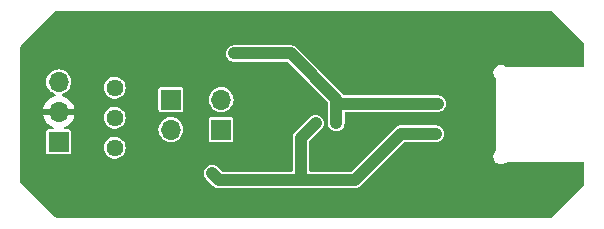
<source format=gbr>
%TF.GenerationSoftware,KiCad,Pcbnew,8.0.1*%
%TF.CreationDate,2024-10-18T10:30:41+02:00*%
%TF.ProjectId,Curmea,4375726d-6561-42e6-9b69-6361645f7063,rev?*%
%TF.SameCoordinates,Original*%
%TF.FileFunction,Copper,L2,Bot*%
%TF.FilePolarity,Positive*%
%FSLAX46Y46*%
G04 Gerber Fmt 4.6, Leading zero omitted, Abs format (unit mm)*
G04 Created by KiCad (PCBNEW 8.0.1) date 2024-10-18 10:30:41*
%MOMM*%
%LPD*%
G01*
G04 APERTURE LIST*
%TA.AperFunction,ComponentPad*%
%ADD10R,1.700000X1.700000*%
%TD*%
%TA.AperFunction,ComponentPad*%
%ADD11O,1.700000X1.700000*%
%TD*%
%TA.AperFunction,ComponentPad*%
%ADD12C,1.440000*%
%TD*%
%TA.AperFunction,ViaPad*%
%ADD13C,0.600000*%
%TD*%
%TA.AperFunction,Conductor*%
%ADD14C,1.000000*%
%TD*%
G04 APERTURE END LIST*
D10*
%TO.P,J3,1,Pin_1*%
%TO.N,/IN+*%
X131000000Y-80040000D03*
D11*
%TO.P,J3,2,Pin_2*%
%TO.N,/IN-*%
X131000000Y-77500000D03*
%TD*%
D12*
%TO.P,RV1,1,1*%
%TO.N,/IN-*%
X122000000Y-76500000D03*
%TO.P,RV1,2,2*%
%TO.N,/IN+*%
X122000000Y-79040000D03*
%TO.P,RV1,3,3*%
%TO.N,unconnected-(RV1-Pad3)*%
X122000000Y-81580000D03*
%TD*%
D10*
%TO.P,JP1,1,A*%
%TO.N,/IN-*%
X126750000Y-77500000D03*
D11*
%TO.P,JP1,2,B*%
%TO.N,/IN+*%
X126750000Y-80040000D03*
%TD*%
D10*
%TO.P,J5,1,Pin_1*%
%TO.N,Net-(D1-K)*%
X117250000Y-81080000D03*
D11*
%TO.P,J5,2,Pin_2*%
%TO.N,GND*%
X117250000Y-78540000D03*
%TO.P,J5,3,Pin_3*%
%TO.N,Net-(D2-A)*%
X117250000Y-76000000D03*
%TD*%
D13*
%TO.N,GND*%
X149500000Y-83000000D03*
X123000000Y-71500000D03*
X120500000Y-81500000D03*
X135500000Y-70500000D03*
X136750080Y-80737321D03*
X129500000Y-70500000D03*
X127500000Y-87000000D03*
X133309020Y-79758839D03*
X153500000Y-81000000D03*
X158000000Y-72500000D03*
X143550000Y-81500000D03*
X156500000Y-85000000D03*
X143500763Y-86079765D03*
X119000000Y-77000000D03*
X143530000Y-85000000D03*
X123000000Y-72500000D03*
X120500000Y-79000000D03*
X152000000Y-73500000D03*
X119000000Y-80000000D03*
X132000000Y-86750000D03*
X143000000Y-80000000D03*
X128000000Y-86500000D03*
X124000000Y-71000000D03*
X143561323Y-76400000D03*
X136763746Y-76054803D03*
X124500000Y-86500000D03*
X153250000Y-73750000D03*
X156500000Y-72500000D03*
X125000000Y-87000000D03*
X152500000Y-80500000D03*
X151500000Y-75000000D03*
X158000000Y-85000000D03*
X159500000Y-85000000D03*
X133000000Y-71000000D03*
X140300083Y-86158004D03*
X123500000Y-76000000D03*
X159500000Y-72500000D03*
X123500000Y-73500000D03*
X133273404Y-77230122D03*
X153250000Y-82750000D03*
X120500000Y-76500000D03*
X123500000Y-83000000D03*
X143520000Y-73000000D03*
%TO.N,+2V5*%
X149340000Y-77840000D03*
X136900000Y-73600000D03*
X140750000Y-79500000D03*
X132100000Y-73600000D03*
%TO.N,-2V5*%
X149200000Y-80400000D03*
X137750000Y-84300000D03*
X139000000Y-79500000D03*
X130250000Y-83750000D03*
%TD*%
D14*
%TO.N,+2V5*%
X140750000Y-79500000D02*
X140750000Y-77552944D01*
X140750000Y-77552944D02*
X140750000Y-77450000D01*
X149340000Y-77840000D02*
X141037056Y-77840000D01*
X141037056Y-77840000D02*
X140750000Y-77552944D01*
X140750000Y-77450000D02*
X136900000Y-73600000D01*
X136900000Y-73600000D02*
X132100000Y-73600000D01*
%TO.N,-2V5*%
X137750000Y-80750000D02*
X137750000Y-84300000D01*
X137750000Y-84300000D02*
X142315786Y-84300000D01*
X130800000Y-84300000D02*
X130250000Y-83750000D01*
X142315786Y-84300000D02*
X146215786Y-80400000D01*
X146215786Y-80400000D02*
X149200000Y-80400000D01*
X137750000Y-84300000D02*
X130800000Y-84300000D01*
X139000000Y-79500000D02*
X137750000Y-80750000D01*
%TD*%
%TA.AperFunction,Conductor*%
%TO.N,GND*%
G36*
X159016177Y-70020185D02*
G01*
X159036819Y-70036819D01*
X161713181Y-72713181D01*
X161746666Y-72774504D01*
X161749500Y-72800862D01*
X161749500Y-74625500D01*
X161729815Y-74692539D01*
X161677011Y-74738294D01*
X161625500Y-74749500D01*
X155200808Y-74749500D01*
X155133769Y-74729815D01*
X155119561Y-74718366D01*
X155119379Y-74718589D01*
X155114668Y-74714723D01*
X155008133Y-74643538D01*
X155008124Y-74643533D01*
X154889744Y-74594499D01*
X154889738Y-74594497D01*
X154764071Y-74569500D01*
X154764069Y-74569500D01*
X154635931Y-74569500D01*
X154635929Y-74569500D01*
X154510261Y-74594497D01*
X154510255Y-74594499D01*
X154391875Y-74643533D01*
X154391866Y-74643538D01*
X154285331Y-74714723D01*
X154285327Y-74714726D01*
X154194726Y-74805327D01*
X154194723Y-74805331D01*
X154123538Y-74911866D01*
X154123533Y-74911875D01*
X154074499Y-75030255D01*
X154074497Y-75030261D01*
X154049500Y-75155928D01*
X154049500Y-75155931D01*
X154049500Y-75284069D01*
X154049500Y-75284071D01*
X154049499Y-75284071D01*
X154074497Y-75409738D01*
X154074499Y-75409744D01*
X154123533Y-75528124D01*
X154123538Y-75528133D01*
X154194723Y-75634668D01*
X154194725Y-75634671D01*
X154213179Y-75653124D01*
X154246666Y-75714446D01*
X154249500Y-75740807D01*
X154249500Y-81819192D01*
X154229815Y-81886231D01*
X154213181Y-81906873D01*
X154194726Y-81925327D01*
X154194723Y-81925331D01*
X154123538Y-82031866D01*
X154123533Y-82031875D01*
X154074499Y-82150255D01*
X154074497Y-82150261D01*
X154049500Y-82275928D01*
X154049500Y-82275931D01*
X154049500Y-82404069D01*
X154049500Y-82404071D01*
X154049499Y-82404071D01*
X154074497Y-82529738D01*
X154074499Y-82529744D01*
X154123533Y-82648124D01*
X154123538Y-82648133D01*
X154194723Y-82754668D01*
X154194726Y-82754672D01*
X154285327Y-82845273D01*
X154285331Y-82845276D01*
X154391866Y-82916461D01*
X154391872Y-82916464D01*
X154391873Y-82916465D01*
X154510256Y-82965501D01*
X154510260Y-82965501D01*
X154510261Y-82965502D01*
X154635928Y-82990500D01*
X154635931Y-82990500D01*
X154764071Y-82990500D01*
X154848615Y-82973682D01*
X154889744Y-82965501D01*
X155008127Y-82916465D01*
X155114669Y-82845276D01*
X155173127Y-82786817D01*
X155234448Y-82753334D01*
X155260807Y-82750500D01*
X161625500Y-82750500D01*
X161692539Y-82770185D01*
X161738294Y-82822989D01*
X161749500Y-82874500D01*
X161749500Y-84699138D01*
X161729815Y-84766177D01*
X161713181Y-84786819D01*
X159036819Y-87463181D01*
X158975496Y-87496666D01*
X158949138Y-87499500D01*
X117050862Y-87499500D01*
X116983823Y-87479815D01*
X116963181Y-87463181D01*
X114036819Y-84536819D01*
X114003334Y-84475496D01*
X114000500Y-84449138D01*
X114000500Y-83818996D01*
X129549499Y-83818996D01*
X129576418Y-83954322D01*
X129576421Y-83954332D01*
X129629222Y-84081807D01*
X129705887Y-84196545D01*
X129705888Y-84196546D01*
X130255886Y-84746542D01*
X130353456Y-84844112D01*
X130353459Y-84844115D01*
X130468182Y-84920771D01*
X130468186Y-84920773D01*
X130468189Y-84920775D01*
X130542866Y-84951707D01*
X130542867Y-84951707D01*
X130542869Y-84951709D01*
X130595666Y-84973578D01*
X130595671Y-84973580D01*
X130595680Y-84973581D01*
X130595681Y-84973582D01*
X130622545Y-84978925D01*
X130622551Y-84978926D01*
X130622591Y-84978934D01*
X130712937Y-84996905D01*
X130731006Y-85000500D01*
X130731007Y-85000500D01*
X142384782Y-85000500D01*
X142493243Y-84978925D01*
X142520114Y-84973580D01*
X142583855Y-84947177D01*
X142647593Y-84920777D01*
X142647594Y-84920776D01*
X142647597Y-84920775D01*
X142762329Y-84844114D01*
X146469624Y-81136819D01*
X146530947Y-81103334D01*
X146557305Y-81100500D01*
X149268995Y-81100500D01*
X149360041Y-81082389D01*
X149404328Y-81073580D01*
X149531811Y-81020775D01*
X149646542Y-80944114D01*
X149744114Y-80846542D01*
X149820775Y-80731811D01*
X149873580Y-80604328D01*
X149885246Y-80545679D01*
X149900500Y-80468995D01*
X149900500Y-80331004D01*
X149873581Y-80195677D01*
X149873580Y-80195676D01*
X149873580Y-80195672D01*
X149864429Y-80173580D01*
X149820778Y-80068195D01*
X149820771Y-80068182D01*
X149744114Y-79953458D01*
X149744111Y-79953454D01*
X149646545Y-79855888D01*
X149646541Y-79855885D01*
X149531817Y-79779228D01*
X149531804Y-79779221D01*
X149404332Y-79726421D01*
X149404322Y-79726418D01*
X149268995Y-79699500D01*
X149268993Y-79699500D01*
X146284780Y-79699500D01*
X146146792Y-79699500D01*
X146146790Y-79699500D01*
X146011463Y-79726418D01*
X146011453Y-79726421D01*
X145883978Y-79779222D01*
X145769240Y-79855887D01*
X145769239Y-79855888D01*
X142061948Y-83563181D01*
X142000625Y-83596666D01*
X141974267Y-83599500D01*
X138574500Y-83599500D01*
X138507461Y-83579815D01*
X138461706Y-83527011D01*
X138450500Y-83475500D01*
X138450500Y-81091519D01*
X138470185Y-81024480D01*
X138486819Y-81003838D01*
X139544112Y-79946545D01*
X139544114Y-79946543D01*
X139620775Y-79831811D01*
X139623888Y-79824297D01*
X139647177Y-79768069D01*
X139673580Y-79704328D01*
X139700500Y-79568994D01*
X139700500Y-79431006D01*
X139700500Y-79431003D01*
X139673581Y-79295677D01*
X139673580Y-79295676D01*
X139673580Y-79295672D01*
X139647389Y-79232441D01*
X139620777Y-79168192D01*
X139544112Y-79053454D01*
X139446545Y-78955887D01*
X139331807Y-78879222D01*
X139204332Y-78826421D01*
X139204322Y-78826418D01*
X139068996Y-78799500D01*
X139068994Y-78799500D01*
X138931006Y-78799500D01*
X138931004Y-78799500D01*
X138795677Y-78826418D01*
X138795667Y-78826421D01*
X138668192Y-78879222D01*
X138553454Y-78955887D01*
X137205887Y-80303454D01*
X137129222Y-80418192D01*
X137076421Y-80545667D01*
X137076418Y-80545679D01*
X137051020Y-80673365D01*
X137051019Y-80673370D01*
X137049500Y-80681004D01*
X137049500Y-83475500D01*
X137029815Y-83542539D01*
X136977011Y-83588294D01*
X136925500Y-83599500D01*
X131141518Y-83599500D01*
X131074479Y-83579815D01*
X131053837Y-83563181D01*
X130696546Y-83205888D01*
X130696545Y-83205887D01*
X130581807Y-83129222D01*
X130454332Y-83076421D01*
X130454322Y-83076418D01*
X130318996Y-83049500D01*
X130318994Y-83049500D01*
X130181006Y-83049500D01*
X130181004Y-83049500D01*
X130045677Y-83076418D01*
X130045667Y-83076421D01*
X129918192Y-83129222D01*
X129803454Y-83205887D01*
X129705887Y-83303454D01*
X129629222Y-83418192D01*
X129576421Y-83545667D01*
X129576418Y-83545677D01*
X129549500Y-83681003D01*
X129549500Y-83681006D01*
X129549500Y-83818994D01*
X129549500Y-83818996D01*
X129549499Y-83818996D01*
X114000500Y-83818996D01*
X114000500Y-78790000D01*
X115919364Y-78790000D01*
X115976567Y-79003486D01*
X115976570Y-79003492D01*
X116076399Y-79217578D01*
X116211894Y-79411082D01*
X116378917Y-79578105D01*
X116572421Y-79713600D01*
X116742948Y-79793118D01*
X116795387Y-79839290D01*
X116814539Y-79906484D01*
X116794323Y-79973365D01*
X116741158Y-80018700D01*
X116690543Y-80029500D01*
X116380247Y-80029500D01*
X116321770Y-80041131D01*
X116321769Y-80041132D01*
X116255447Y-80085447D01*
X116211132Y-80151769D01*
X116211131Y-80151770D01*
X116199500Y-80210247D01*
X116199500Y-81949752D01*
X116211131Y-82008229D01*
X116211132Y-82008230D01*
X116255447Y-82074552D01*
X116321769Y-82118867D01*
X116321770Y-82118868D01*
X116380247Y-82130499D01*
X116380250Y-82130500D01*
X116380252Y-82130500D01*
X118119750Y-82130500D01*
X118119751Y-82130499D01*
X118134568Y-82127552D01*
X118178229Y-82118868D01*
X118178229Y-82118867D01*
X118178231Y-82118867D01*
X118244552Y-82074552D01*
X118288867Y-82008231D01*
X118288867Y-82008229D01*
X118288868Y-82008229D01*
X118300499Y-81949752D01*
X118300500Y-81949750D01*
X118300500Y-81580000D01*
X121074430Y-81580000D01*
X121094656Y-81772439D01*
X121094657Y-81772441D01*
X121154447Y-81956456D01*
X121154450Y-81956463D01*
X121251197Y-82124035D01*
X121380667Y-82267828D01*
X121380674Y-82267834D01*
X121537210Y-82381564D01*
X121537211Y-82381564D01*
X121537215Y-82381567D01*
X121681377Y-82445752D01*
X121713978Y-82460267D01*
X121713983Y-82460269D01*
X121903252Y-82500500D01*
X122096748Y-82500500D01*
X122286017Y-82460269D01*
X122462785Y-82381567D01*
X122619327Y-82267833D01*
X122748802Y-82124036D01*
X122845550Y-81956463D01*
X122905344Y-81772437D01*
X122925570Y-81580000D01*
X122905344Y-81387563D01*
X122845550Y-81203537D01*
X122748802Y-81035964D01*
X122719876Y-81003838D01*
X122619332Y-80892171D01*
X122619325Y-80892165D01*
X122462789Y-80778435D01*
X122462786Y-80778433D01*
X122462785Y-80778433D01*
X122358084Y-80731817D01*
X122286021Y-80699732D01*
X122286016Y-80699730D01*
X122096748Y-80659500D01*
X121903252Y-80659500D01*
X121713983Y-80699730D01*
X121713978Y-80699732D01*
X121537215Y-80778433D01*
X121537210Y-80778435D01*
X121380674Y-80892165D01*
X121380667Y-80892171D01*
X121251197Y-81035964D01*
X121154450Y-81203536D01*
X121154447Y-81203543D01*
X121094657Y-81387558D01*
X121094656Y-81387560D01*
X121074430Y-81580000D01*
X118300500Y-81580000D01*
X118300500Y-80210249D01*
X118300499Y-80210247D01*
X118288868Y-80151770D01*
X118288867Y-80151769D01*
X118244552Y-80085447D01*
X118178230Y-80041132D01*
X118178229Y-80041131D01*
X118172543Y-80040000D01*
X125694417Y-80040000D01*
X125714699Y-80245932D01*
X125714700Y-80245934D01*
X125774768Y-80443954D01*
X125872315Y-80626450D01*
X125872317Y-80626452D01*
X126003589Y-80786410D01*
X126076860Y-80846541D01*
X126163550Y-80917685D01*
X126346046Y-81015232D01*
X126544066Y-81075300D01*
X126544065Y-81075300D01*
X126562529Y-81077118D01*
X126750000Y-81095583D01*
X126955934Y-81075300D01*
X127153954Y-81015232D01*
X127336450Y-80917685D01*
X127346116Y-80909752D01*
X129949500Y-80909752D01*
X129961131Y-80968229D01*
X129961132Y-80968230D01*
X130005447Y-81034552D01*
X130071769Y-81078867D01*
X130071770Y-81078868D01*
X130130247Y-81090499D01*
X130130250Y-81090500D01*
X130130252Y-81090500D01*
X131869750Y-81090500D01*
X131869751Y-81090499D01*
X131884568Y-81087552D01*
X131928229Y-81078868D01*
X131928229Y-81078867D01*
X131928231Y-81078867D01*
X131994552Y-81034552D01*
X132038867Y-80968231D01*
X132038867Y-80968229D01*
X132038868Y-80968229D01*
X132050499Y-80909752D01*
X132050500Y-80909750D01*
X132050500Y-79170249D01*
X132050499Y-79170247D01*
X132038868Y-79111770D01*
X132038867Y-79111769D01*
X131994552Y-79045447D01*
X131928230Y-79001132D01*
X131928229Y-79001131D01*
X131869752Y-78989500D01*
X131869748Y-78989500D01*
X130130252Y-78989500D01*
X130130247Y-78989500D01*
X130071770Y-79001131D01*
X130071769Y-79001132D01*
X130005447Y-79045447D01*
X129961132Y-79111769D01*
X129961131Y-79111770D01*
X129949500Y-79170247D01*
X129949500Y-80909752D01*
X127346116Y-80909752D01*
X127496410Y-80786410D01*
X127627685Y-80626450D01*
X127725232Y-80443954D01*
X127785300Y-80245934D01*
X127805583Y-80040000D01*
X127785300Y-79834066D01*
X127725232Y-79636046D01*
X127627685Y-79453550D01*
X127575702Y-79390209D01*
X127496410Y-79293589D01*
X127346121Y-79170252D01*
X127336450Y-79162315D01*
X127153954Y-79064768D01*
X126955934Y-79004700D01*
X126955932Y-79004699D01*
X126955934Y-79004699D01*
X126750000Y-78984417D01*
X126544067Y-79004699D01*
X126346043Y-79064769D01*
X126258114Y-79111769D01*
X126163550Y-79162315D01*
X126163548Y-79162316D01*
X126163547Y-79162317D01*
X126003589Y-79293589D01*
X125872317Y-79453547D01*
X125774769Y-79636043D01*
X125714699Y-79834067D01*
X125694417Y-80040000D01*
X118172543Y-80040000D01*
X118119752Y-80029500D01*
X118119748Y-80029500D01*
X117809457Y-80029500D01*
X117742418Y-80009815D01*
X117696663Y-79957011D01*
X117686719Y-79887853D01*
X117715744Y-79824297D01*
X117757052Y-79793118D01*
X117927578Y-79713600D01*
X118121082Y-79578105D01*
X118288105Y-79411082D01*
X118423600Y-79217578D01*
X118506405Y-79040000D01*
X121074430Y-79040000D01*
X121094656Y-79232439D01*
X121094657Y-79232441D01*
X121154447Y-79416456D01*
X121154450Y-79416463D01*
X121251197Y-79584035D01*
X121380667Y-79727828D01*
X121380674Y-79727834D01*
X121537210Y-79841564D01*
X121537211Y-79841564D01*
X121537215Y-79841567D01*
X121681377Y-79905752D01*
X121713978Y-79920267D01*
X121713983Y-79920269D01*
X121903252Y-79960500D01*
X122096748Y-79960500D01*
X122286017Y-79920269D01*
X122462785Y-79841567D01*
X122619327Y-79727833D01*
X122620599Y-79726421D01*
X122701972Y-79636046D01*
X122748802Y-79584036D01*
X122845550Y-79416463D01*
X122905344Y-79232437D01*
X122925570Y-79040000D01*
X122905344Y-78847563D01*
X122845550Y-78663537D01*
X122748802Y-78495964D01*
X122729182Y-78474174D01*
X122635162Y-78369752D01*
X125699500Y-78369752D01*
X125711131Y-78428229D01*
X125711132Y-78428230D01*
X125755447Y-78494552D01*
X125821769Y-78538867D01*
X125821770Y-78538868D01*
X125880247Y-78550499D01*
X125880250Y-78550500D01*
X125880252Y-78550500D01*
X127619750Y-78550500D01*
X127619751Y-78550499D01*
X127634568Y-78547552D01*
X127678229Y-78538868D01*
X127678229Y-78538867D01*
X127678231Y-78538867D01*
X127744552Y-78494552D01*
X127788867Y-78428231D01*
X127788867Y-78428229D01*
X127788868Y-78428229D01*
X127800499Y-78369752D01*
X127800500Y-78369750D01*
X127800500Y-77500000D01*
X129944417Y-77500000D01*
X129964699Y-77705932D01*
X129984439Y-77771007D01*
X130024768Y-77903954D01*
X130122315Y-78086450D01*
X130122317Y-78086452D01*
X130253589Y-78246410D01*
X130350209Y-78325702D01*
X130413550Y-78377685D01*
X130596046Y-78475232D01*
X130794066Y-78535300D01*
X130794065Y-78535300D01*
X130812529Y-78537118D01*
X131000000Y-78555583D01*
X131205934Y-78535300D01*
X131403954Y-78475232D01*
X131586450Y-78377685D01*
X131746410Y-78246410D01*
X131877685Y-78086450D01*
X131975232Y-77903954D01*
X132035300Y-77705934D01*
X132055583Y-77500000D01*
X132035300Y-77294066D01*
X131975232Y-77096046D01*
X131877685Y-76913550D01*
X131825702Y-76850209D01*
X131746410Y-76753589D01*
X131596121Y-76630252D01*
X131586450Y-76622315D01*
X131403954Y-76524768D01*
X131205934Y-76464700D01*
X131205932Y-76464699D01*
X131205934Y-76464699D01*
X131000000Y-76444417D01*
X130794067Y-76464699D01*
X130596043Y-76524769D01*
X130508114Y-76571769D01*
X130413550Y-76622315D01*
X130413548Y-76622316D01*
X130413547Y-76622317D01*
X130253589Y-76753589D01*
X130122317Y-76913547D01*
X130024769Y-77096043D01*
X129964699Y-77294067D01*
X129944417Y-77500000D01*
X127800500Y-77500000D01*
X127800500Y-76630249D01*
X127800499Y-76630247D01*
X127788868Y-76571770D01*
X127788867Y-76571769D01*
X127744552Y-76505447D01*
X127678230Y-76461132D01*
X127678229Y-76461131D01*
X127619752Y-76449500D01*
X127619748Y-76449500D01*
X125880252Y-76449500D01*
X125880247Y-76449500D01*
X125821770Y-76461131D01*
X125821769Y-76461132D01*
X125755447Y-76505447D01*
X125711132Y-76571769D01*
X125711131Y-76571770D01*
X125699500Y-76630247D01*
X125699500Y-78369752D01*
X122635162Y-78369752D01*
X122619332Y-78352171D01*
X122619325Y-78352165D01*
X122462789Y-78238435D01*
X122462786Y-78238433D01*
X122462785Y-78238433D01*
X122398598Y-78209855D01*
X122286021Y-78159732D01*
X122286016Y-78159730D01*
X122096748Y-78119500D01*
X121903252Y-78119500D01*
X121713983Y-78159730D01*
X121713978Y-78159732D01*
X121537215Y-78238433D01*
X121537210Y-78238435D01*
X121380674Y-78352165D01*
X121380667Y-78352171D01*
X121251197Y-78495964D01*
X121154450Y-78663536D01*
X121154447Y-78663543D01*
X121094657Y-78847558D01*
X121094656Y-78847560D01*
X121074430Y-79040000D01*
X118506405Y-79040000D01*
X118523429Y-79003492D01*
X118523432Y-79003486D01*
X118580636Y-78790000D01*
X117683012Y-78790000D01*
X117715925Y-78732993D01*
X117750000Y-78605826D01*
X117750000Y-78474174D01*
X117715925Y-78347007D01*
X117683012Y-78290000D01*
X118580636Y-78290000D01*
X118580635Y-78289999D01*
X118523432Y-78076513D01*
X118523429Y-78076507D01*
X118423600Y-77862422D01*
X118423599Y-77862420D01*
X118288113Y-77668926D01*
X118288108Y-77668920D01*
X118121082Y-77501894D01*
X117927578Y-77366399D01*
X117713492Y-77266570D01*
X117713486Y-77266567D01*
X117591349Y-77233841D01*
X117531689Y-77197476D01*
X117501160Y-77134629D01*
X117509455Y-77065253D01*
X117553940Y-77011375D01*
X117587444Y-76995407D01*
X117653954Y-76975232D01*
X117836450Y-76877685D01*
X117996410Y-76746410D01*
X118127685Y-76586450D01*
X118173894Y-76500000D01*
X121074430Y-76500000D01*
X121094656Y-76692439D01*
X121094657Y-76692441D01*
X121154447Y-76876456D01*
X121154450Y-76876463D01*
X121251197Y-77044035D01*
X121380667Y-77187828D01*
X121380674Y-77187834D01*
X121537210Y-77301564D01*
X121537211Y-77301564D01*
X121537215Y-77301567D01*
X121681377Y-77365752D01*
X121713978Y-77380267D01*
X121713983Y-77380269D01*
X121903252Y-77420500D01*
X122096748Y-77420500D01*
X122286017Y-77380269D01*
X122462785Y-77301567D01*
X122619327Y-77187833D01*
X122638463Y-77166581D01*
X122680570Y-77119815D01*
X122748802Y-77044036D01*
X122845550Y-76876463D01*
X122905344Y-76692437D01*
X122925570Y-76500000D01*
X122905344Y-76307563D01*
X122845550Y-76123537D01*
X122748802Y-75955964D01*
X122619332Y-75812171D01*
X122619325Y-75812165D01*
X122462789Y-75698435D01*
X122462786Y-75698433D01*
X122462785Y-75698433D01*
X122398598Y-75669855D01*
X122286021Y-75619732D01*
X122286016Y-75619730D01*
X122096748Y-75579500D01*
X121903252Y-75579500D01*
X121713983Y-75619730D01*
X121713978Y-75619732D01*
X121537215Y-75698433D01*
X121537210Y-75698435D01*
X121380674Y-75812165D01*
X121380667Y-75812171D01*
X121251197Y-75955964D01*
X121154450Y-76123536D01*
X121154447Y-76123543D01*
X121094657Y-76307558D01*
X121094656Y-76307560D01*
X121074430Y-76500000D01*
X118173894Y-76500000D01*
X118225232Y-76403954D01*
X118285300Y-76205934D01*
X118305583Y-76000000D01*
X118285300Y-75794066D01*
X118225232Y-75596046D01*
X118127685Y-75413550D01*
X118047540Y-75315892D01*
X117996410Y-75253589D01*
X117836452Y-75122317D01*
X117836453Y-75122317D01*
X117836450Y-75122315D01*
X117653954Y-75024768D01*
X117455934Y-74964700D01*
X117455932Y-74964699D01*
X117455934Y-74964699D01*
X117250000Y-74944417D01*
X117044067Y-74964699D01*
X116846043Y-75024769D01*
X116735898Y-75083643D01*
X116663550Y-75122315D01*
X116663548Y-75122316D01*
X116663547Y-75122317D01*
X116503589Y-75253589D01*
X116372317Y-75413547D01*
X116274769Y-75596043D01*
X116214699Y-75794067D01*
X116194417Y-76000000D01*
X116214699Y-76205932D01*
X116214700Y-76205934D01*
X116274768Y-76403954D01*
X116372315Y-76586450D01*
X116401750Y-76622317D01*
X116503589Y-76746410D01*
X116600209Y-76825702D01*
X116663550Y-76877685D01*
X116846046Y-76975232D01*
X116912551Y-76995405D01*
X116970989Y-77033702D01*
X116999446Y-77097514D01*
X116988887Y-77166581D01*
X116942663Y-77218975D01*
X116908650Y-77233841D01*
X116786514Y-77266567D01*
X116786507Y-77266570D01*
X116572422Y-77366399D01*
X116572420Y-77366400D01*
X116378926Y-77501886D01*
X116378920Y-77501891D01*
X116211891Y-77668920D01*
X116211886Y-77668926D01*
X116076400Y-77862420D01*
X116076399Y-77862422D01*
X115976570Y-78076507D01*
X115976567Y-78076513D01*
X115919364Y-78289999D01*
X115919364Y-78290000D01*
X116816988Y-78290000D01*
X116784075Y-78347007D01*
X116750000Y-78474174D01*
X116750000Y-78605826D01*
X116784075Y-78732993D01*
X116816988Y-78790000D01*
X115919364Y-78790000D01*
X114000500Y-78790000D01*
X114000500Y-73668995D01*
X131399499Y-73668995D01*
X131426418Y-73804322D01*
X131426421Y-73804332D01*
X131479221Y-73931804D01*
X131479228Y-73931817D01*
X131555885Y-74046541D01*
X131555888Y-74046545D01*
X131653454Y-74144111D01*
X131653458Y-74144114D01*
X131768182Y-74220771D01*
X131768195Y-74220778D01*
X131895667Y-74273578D01*
X131895672Y-74273580D01*
X131895676Y-74273580D01*
X131895677Y-74273581D01*
X132031004Y-74300500D01*
X132031007Y-74300500D01*
X136558481Y-74300500D01*
X136625520Y-74320185D01*
X136646162Y-74336819D01*
X140013181Y-77703838D01*
X140046666Y-77765161D01*
X140049500Y-77791519D01*
X140049500Y-79568993D01*
X140049500Y-79568995D01*
X140049499Y-79568995D01*
X140076418Y-79704322D01*
X140076421Y-79704332D01*
X140129221Y-79831804D01*
X140129228Y-79831817D01*
X140205885Y-79946541D01*
X140205888Y-79946545D01*
X140303454Y-80044111D01*
X140303458Y-80044114D01*
X140418182Y-80120771D01*
X140418195Y-80120778D01*
X140545667Y-80173578D01*
X140545672Y-80173580D01*
X140545676Y-80173580D01*
X140545677Y-80173581D01*
X140681004Y-80200500D01*
X140681007Y-80200500D01*
X140818995Y-80200500D01*
X140910041Y-80182389D01*
X140954328Y-80173580D01*
X141081811Y-80120775D01*
X141196542Y-80044114D01*
X141294114Y-79946542D01*
X141370775Y-79831811D01*
X141423580Y-79704328D01*
X141447508Y-79584035D01*
X141450500Y-79568995D01*
X141450500Y-78664500D01*
X141470185Y-78597461D01*
X141522989Y-78551706D01*
X141574500Y-78540500D01*
X149408995Y-78540500D01*
X149500041Y-78522389D01*
X149544328Y-78513580D01*
X149671811Y-78460775D01*
X149786542Y-78384114D01*
X149884114Y-78286542D01*
X149960775Y-78171811D01*
X150013580Y-78044328D01*
X150040500Y-77908993D01*
X150040500Y-77771007D01*
X150040500Y-77771004D01*
X150013581Y-77635677D01*
X150013580Y-77635676D01*
X150013580Y-77635672D01*
X150013578Y-77635667D01*
X149960778Y-77508195D01*
X149960771Y-77508182D01*
X149884114Y-77393458D01*
X149884111Y-77393454D01*
X149786545Y-77295888D01*
X149786541Y-77295885D01*
X149671817Y-77219228D01*
X149671804Y-77219221D01*
X149544332Y-77166421D01*
X149544322Y-77166418D01*
X149408995Y-77139500D01*
X149408993Y-77139500D01*
X141451294Y-77139500D01*
X141384255Y-77119815D01*
X141348191Y-77084390D01*
X141335404Y-77065253D01*
X141294114Y-77003457D01*
X141294112Y-77003454D01*
X137346545Y-73055887D01*
X137231807Y-72979222D01*
X137104332Y-72926421D01*
X137104322Y-72926418D01*
X136968996Y-72899500D01*
X136968994Y-72899500D01*
X136968993Y-72899500D01*
X132031007Y-72899500D01*
X132031005Y-72899500D01*
X131895677Y-72926418D01*
X131895667Y-72926421D01*
X131768195Y-72979221D01*
X131768182Y-72979228D01*
X131653458Y-73055885D01*
X131653454Y-73055888D01*
X131555888Y-73153454D01*
X131555885Y-73153458D01*
X131479228Y-73268182D01*
X131479221Y-73268195D01*
X131426421Y-73395667D01*
X131426418Y-73395677D01*
X131399500Y-73531004D01*
X131399500Y-73531007D01*
X131399500Y-73668993D01*
X131399500Y-73668995D01*
X131399499Y-73668995D01*
X114000500Y-73668995D01*
X114000500Y-73050862D01*
X114020185Y-72983823D01*
X114036819Y-72963181D01*
X116963181Y-70036819D01*
X117024504Y-70003334D01*
X117050862Y-70000500D01*
X158949138Y-70000500D01*
X159016177Y-70020185D01*
G37*
%TD.AperFunction*%
%TD*%
M02*

</source>
